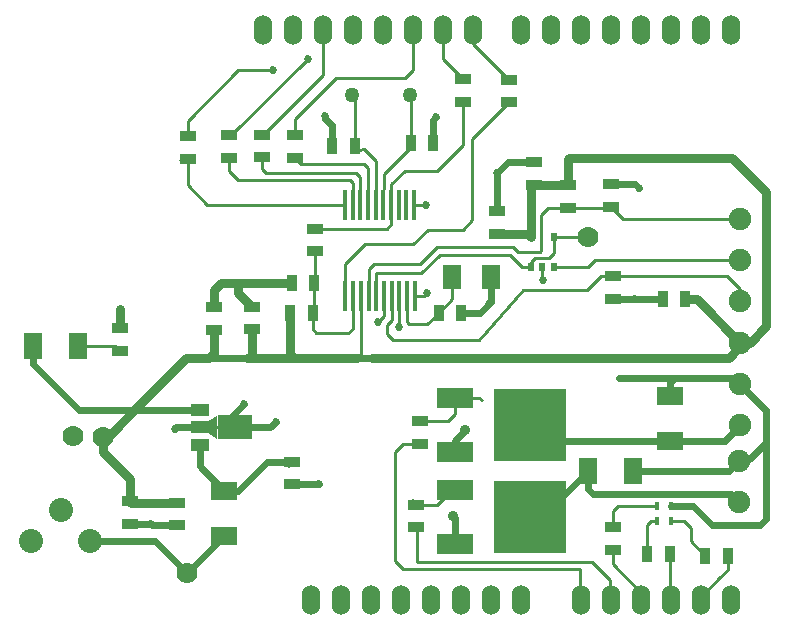
<source format=gtl>
G04 (created by PCBNEW (2013-07-07 BZR 4022)-stable) date 10/23/2014 11:52:32 AM*
%MOIN*%
G04 Gerber Fmt 3.4, Leading zero omitted, Abs format*
%FSLAX34Y34*%
G01*
G70*
G90*
G04 APERTURE LIST*
%ADD10C,0.00590551*%
%ADD11R,0.055X0.035*%
%ADD12R,0.035X0.055*%
%ADD13R,0.0866X0.063*%
%ADD14R,0.06X0.08*%
%ADD15R,0.011811X0.0984252*%
%ADD16R,0.12X0.065*%
%ADD17R,0.24X0.24*%
%ADD18R,0.02X0.03*%
%ADD19C,0.05*%
%ADD20R,0.063X0.0866*%
%ADD21C,0.07*%
%ADD22C,0.08*%
%ADD23C,0.075*%
%ADD24R,0.0591X0.0394*%
%ADD25R,0.1181X0.0787*%
%ADD26R,0.0177165X0.0295276*%
%ADD27O,0.06X0.1*%
%ADD28C,0.027*%
%ADD29C,0.035*%
%ADD30C,0.01*%
%ADD31C,0.024*%
%ADD32C,0.03*%
G04 APERTURE END LIST*
G54D10*
G54D11*
X64137Y-36476D03*
X64137Y-37226D03*
X69850Y-40925D03*
X69850Y-41675D03*
X64448Y-42243D03*
X64448Y-42993D03*
X66010Y-42295D03*
X66010Y-43045D03*
X80489Y-32423D03*
X80489Y-31673D03*
X79057Y-31711D03*
X79057Y-32461D03*
X70630Y-33912D03*
X70630Y-33162D03*
G54D12*
X74744Y-35951D03*
X75494Y-35951D03*
G54D11*
X68516Y-35752D03*
X68516Y-36502D03*
X74110Y-40323D03*
X74110Y-39573D03*
X67270Y-35773D03*
X67270Y-36523D03*
G54D12*
X69849Y-34965D03*
X70599Y-34965D03*
X70543Y-35980D03*
X69793Y-35980D03*
X71193Y-30394D03*
X71943Y-30394D03*
X74568Y-30296D03*
X73818Y-30296D03*
G54D13*
X67590Y-43388D03*
X67590Y-41892D03*
G54D14*
X75184Y-34763D03*
X76484Y-34763D03*
G54D11*
X68845Y-30033D03*
X68845Y-30783D03*
X66381Y-30082D03*
X66381Y-30832D03*
X69944Y-30047D03*
X69944Y-30797D03*
X75551Y-28171D03*
X75551Y-28921D03*
G54D15*
X71640Y-35417D03*
X71896Y-35417D03*
X72152Y-35417D03*
X72408Y-35417D03*
X72664Y-35417D03*
X72920Y-35417D03*
X73176Y-35417D03*
X73431Y-35417D03*
X73687Y-35417D03*
X73943Y-35417D03*
X73924Y-32365D03*
X73668Y-32365D03*
X73412Y-32365D03*
X73156Y-32365D03*
X72900Y-32365D03*
X72644Y-32365D03*
X72388Y-32365D03*
X72132Y-32365D03*
X71876Y-32365D03*
X71620Y-32365D03*
G54D16*
X75275Y-38785D03*
G54D17*
X77775Y-39685D03*
G54D16*
X75275Y-40585D03*
G54D11*
X67746Y-30040D03*
X67746Y-30790D03*
G54D13*
X82450Y-40228D03*
X82450Y-38732D03*
G54D11*
X74000Y-43105D03*
X74000Y-42355D03*
G54D16*
X75275Y-41855D03*
G54D17*
X77775Y-42755D03*
G54D16*
X75275Y-43655D03*
G54D18*
X77825Y-34450D03*
X78575Y-34450D03*
X77825Y-33450D03*
X78200Y-34450D03*
X78575Y-33450D03*
G54D19*
X71873Y-28705D03*
X73794Y-28705D03*
G54D20*
X61237Y-37057D03*
X62733Y-37057D03*
G54D21*
X79716Y-33432D03*
G54D12*
X81693Y-43988D03*
X82443Y-43988D03*
X83632Y-44058D03*
X84382Y-44058D03*
G54D11*
X80545Y-43115D03*
X80545Y-43865D03*
G54D20*
X79722Y-41230D03*
X81218Y-41230D03*
G54D11*
X77077Y-28192D03*
X77077Y-28942D03*
G54D21*
X62548Y-40083D03*
X63555Y-40087D03*
G54D22*
X63121Y-43557D03*
X61151Y-43557D03*
X62141Y-42527D03*
G54D23*
X84798Y-32822D03*
X84798Y-34200D03*
X84798Y-35578D03*
X84798Y-36956D03*
X84798Y-38334D03*
X84798Y-39712D03*
X84759Y-40885D03*
X84759Y-42263D03*
G54D11*
X80545Y-35495D03*
X80545Y-34745D03*
G54D21*
X66350Y-44630D03*
G54D24*
X66779Y-39190D03*
X66779Y-39781D03*
X66779Y-40372D03*
G54D25*
X67941Y-39781D03*
G54D10*
G36*
X67360Y-40175D02*
X67065Y-39978D01*
X67065Y-39584D01*
X67360Y-39387D01*
X67360Y-40175D01*
X67360Y-40175D01*
G37*
G54D26*
X82032Y-42915D03*
X82032Y-42394D03*
X82485Y-42915D03*
X82485Y-42394D03*
G54D11*
X76689Y-33329D03*
X76689Y-32579D03*
X77931Y-31686D03*
X77931Y-30936D03*
G54D12*
X82965Y-35510D03*
X82215Y-35510D03*
G54D27*
X75890Y-26534D03*
X74890Y-26534D03*
X73890Y-26534D03*
X72890Y-26534D03*
X71890Y-26534D03*
X70890Y-26534D03*
X69890Y-26534D03*
X68890Y-26534D03*
X73490Y-45534D03*
X72490Y-45534D03*
X71490Y-45534D03*
X70490Y-45534D03*
X74490Y-45534D03*
X75490Y-45534D03*
X76490Y-45534D03*
X77490Y-45534D03*
X79490Y-45534D03*
X80490Y-45534D03*
X81490Y-45534D03*
X82490Y-45534D03*
X83490Y-45534D03*
X84490Y-45534D03*
X84490Y-26534D03*
X83490Y-26534D03*
X82490Y-26534D03*
X81490Y-26534D03*
X80490Y-26534D03*
X79490Y-26534D03*
X78490Y-26534D03*
X77490Y-26534D03*
G54D28*
X70390Y-27490D03*
X69220Y-27880D03*
X74339Y-32369D03*
X81284Y-35497D03*
X81417Y-31806D03*
X74648Y-29448D03*
X76685Y-31297D03*
X70974Y-29411D03*
X65170Y-43010D03*
X65950Y-39820D03*
X68260Y-39000D03*
X69310Y-39590D03*
X74358Y-35312D03*
X72729Y-36270D03*
X73418Y-36419D03*
X64150Y-35830D03*
X68060Y-34970D03*
X76426Y-35651D03*
X78219Y-34857D03*
X70760Y-41670D03*
G54D29*
X75636Y-39866D03*
X75210Y-42750D03*
G54D30*
X67746Y-30040D02*
X67840Y-30040D01*
X67840Y-30040D02*
X70390Y-27490D01*
X66381Y-30082D02*
X66381Y-29569D01*
X68070Y-27880D02*
X69220Y-27880D01*
X66381Y-29569D02*
X68070Y-27880D01*
X74020Y-44251D02*
X74020Y-43125D01*
X74020Y-43125D02*
X74000Y-43105D01*
X80452Y-44862D02*
X80452Y-45535D01*
X79842Y-44251D02*
X80452Y-44862D01*
X74015Y-44251D02*
X74020Y-44251D01*
X74020Y-44251D02*
X79842Y-44251D01*
X68845Y-30033D02*
X68887Y-30033D01*
X70890Y-28030D02*
X70890Y-26534D01*
X68887Y-30033D02*
X70890Y-28030D01*
G54D31*
X81218Y-41230D02*
X84414Y-41230D01*
X84414Y-41230D02*
X84759Y-40885D01*
X82450Y-38732D02*
X82450Y-38290D01*
X82450Y-38290D02*
X82615Y-38125D01*
X80768Y-38125D02*
X82615Y-38125D01*
X82615Y-38125D02*
X84588Y-38125D01*
X84588Y-38125D02*
X84798Y-38334D01*
X84694Y-40950D02*
X84759Y-40885D01*
X82485Y-42394D02*
X83211Y-42394D01*
X85650Y-42835D02*
X85650Y-40300D01*
X85449Y-43036D02*
X85650Y-42835D01*
X83853Y-43036D02*
X85449Y-43036D01*
X83211Y-42394D02*
X83853Y-43036D01*
X85650Y-39204D02*
X85650Y-40300D01*
X84771Y-38325D02*
X85650Y-39204D01*
X84721Y-38325D02*
X84771Y-38325D01*
X85073Y-40876D02*
X84732Y-40876D01*
X85650Y-40300D02*
X85073Y-40876D01*
X84732Y-40876D02*
X84705Y-40850D01*
G54D30*
X69944Y-30047D02*
X69944Y-29486D01*
X73890Y-27512D02*
X73890Y-26534D01*
X73890Y-27512D02*
X73890Y-27730D01*
X73890Y-27870D02*
X73890Y-27730D01*
X73640Y-28120D02*
X73890Y-27870D01*
X71310Y-28120D02*
X73640Y-28120D01*
X69944Y-29486D02*
X71310Y-28120D01*
X74890Y-26534D02*
X74890Y-27510D01*
X74890Y-27510D02*
X75551Y-28171D01*
X75890Y-26534D02*
X75890Y-27005D01*
X75890Y-27005D02*
X77077Y-28192D01*
X71876Y-32365D02*
X71876Y-31640D01*
X67746Y-31220D02*
X67746Y-30790D01*
X68068Y-31542D02*
X67746Y-31220D01*
X71778Y-31542D02*
X68068Y-31542D01*
X71876Y-31640D02*
X71778Y-31542D01*
X71620Y-32365D02*
X67036Y-32365D01*
X66381Y-31710D02*
X66381Y-30832D01*
X67036Y-32365D02*
X66381Y-31710D01*
X66130Y-30855D02*
X66245Y-30855D01*
X72132Y-32365D02*
X72132Y-31448D01*
X68845Y-31157D02*
X68845Y-30783D01*
X68999Y-31311D02*
X68845Y-31157D01*
X71995Y-31311D02*
X68999Y-31311D01*
X72132Y-31448D02*
X71995Y-31311D01*
G54D32*
X82965Y-35510D02*
X83351Y-35510D01*
X83351Y-35510D02*
X84798Y-36956D01*
X76689Y-33329D02*
X77704Y-33329D01*
X77704Y-33329D02*
X77825Y-33450D01*
X77825Y-33450D02*
X77825Y-31792D01*
X77825Y-31792D02*
X77931Y-31686D01*
X79057Y-31711D02*
X77956Y-31711D01*
X77956Y-31711D02*
X77931Y-31686D01*
X84798Y-36956D02*
X85113Y-36956D01*
X79057Y-30833D02*
X79057Y-31711D01*
X79080Y-30810D02*
X79057Y-30833D01*
X84540Y-30810D02*
X79080Y-30810D01*
X85665Y-31935D02*
X84540Y-30810D01*
X85665Y-36405D02*
X85665Y-31935D01*
X85113Y-36956D02*
X85665Y-36405D01*
X76916Y-37460D02*
X84417Y-37460D01*
G54D31*
X84798Y-37078D02*
X84798Y-36956D01*
G54D32*
X84417Y-37460D02*
X84798Y-37078D01*
X66010Y-42295D02*
X64500Y-42295D01*
G54D31*
X64500Y-42295D02*
X64448Y-42243D01*
G54D30*
X72152Y-35417D02*
X72152Y-37324D01*
X72152Y-37324D02*
X72017Y-37460D01*
G54D32*
X67270Y-36523D02*
X67270Y-37290D01*
X67270Y-37290D02*
X67100Y-37460D01*
X69793Y-35980D02*
X69793Y-37283D01*
G54D31*
X69793Y-37283D02*
X69970Y-37460D01*
G54D32*
X68516Y-36502D02*
X68516Y-37304D01*
G54D31*
X68516Y-37304D02*
X68360Y-37460D01*
G54D32*
X63555Y-40087D02*
X63555Y-40595D01*
X64448Y-41488D02*
X64448Y-42243D01*
X63555Y-40595D02*
X64448Y-41488D01*
G54D31*
X61237Y-37057D02*
X61237Y-37667D01*
X62760Y-39190D02*
X64900Y-39190D01*
X61237Y-37667D02*
X62760Y-39190D01*
X66779Y-39190D02*
X64900Y-39190D01*
X64900Y-39190D02*
X64755Y-39045D01*
X72280Y-37460D02*
X72017Y-37460D01*
G54D32*
X72017Y-37460D02*
X69970Y-37460D01*
X69970Y-37460D02*
X68360Y-37460D01*
G54D31*
X68360Y-37460D02*
X67100Y-37460D01*
G54D32*
X67100Y-37460D02*
X66340Y-37460D01*
G54D31*
X63712Y-40087D02*
X63555Y-40087D01*
G54D32*
X66340Y-37460D02*
X64755Y-39045D01*
X64755Y-39045D02*
X63712Y-40087D01*
G54D30*
X78990Y-31644D02*
X79057Y-31711D01*
G54D31*
X72470Y-37460D02*
X72280Y-37460D01*
X72280Y-37460D02*
X72300Y-37460D01*
X72470Y-37460D02*
X72300Y-37460D01*
X72530Y-37460D02*
X72470Y-37460D01*
G54D30*
X72277Y-37482D02*
X72260Y-37500D01*
G54D31*
X76920Y-37460D02*
X76916Y-37460D01*
G54D32*
X76916Y-37460D02*
X72530Y-37460D01*
G54D31*
X72530Y-37460D02*
X72460Y-37460D01*
G54D30*
X79716Y-33432D02*
X78593Y-33432D01*
X78593Y-33432D02*
X78575Y-33450D01*
X77825Y-34450D02*
X77825Y-34273D01*
X78575Y-33978D02*
X78575Y-33450D01*
X78414Y-34139D02*
X78575Y-33978D01*
X77959Y-34139D02*
X78414Y-34139D01*
X77825Y-34273D02*
X77959Y-34139D01*
X72664Y-35417D02*
X72664Y-34647D01*
X74777Y-34029D02*
X77119Y-34029D01*
X74165Y-34641D02*
X74777Y-34029D01*
X72671Y-34641D02*
X74165Y-34641D01*
X72664Y-34647D02*
X72671Y-34641D01*
X77540Y-34450D02*
X77825Y-34450D01*
X77110Y-34020D02*
X77119Y-34029D01*
X77119Y-34029D02*
X77540Y-34450D01*
X84798Y-32822D02*
X80888Y-32822D01*
X80888Y-32822D02*
X80489Y-32423D01*
X79057Y-32461D02*
X80451Y-32461D01*
X80451Y-32461D02*
X80489Y-32423D01*
X79057Y-32461D02*
X78384Y-32461D01*
X77238Y-33768D02*
X74682Y-33768D01*
X77399Y-33929D02*
X77238Y-33768D01*
X78127Y-33929D02*
X77399Y-33929D01*
X78141Y-33915D02*
X78127Y-33929D01*
X78141Y-32704D02*
X78141Y-33915D01*
X78384Y-32461D02*
X78141Y-32704D01*
X72408Y-35417D02*
X72408Y-34509D01*
X74128Y-34322D02*
X74682Y-33768D01*
X72595Y-34322D02*
X74128Y-34322D01*
X72408Y-34509D02*
X72595Y-34322D01*
X72388Y-32365D02*
X72388Y-31144D01*
X70150Y-31003D02*
X69944Y-30797D01*
X72247Y-31003D02*
X70150Y-31003D01*
X72388Y-31144D02*
X72247Y-31003D01*
X70630Y-33162D02*
X73011Y-33162D01*
X73156Y-33016D02*
X73156Y-32365D01*
X73011Y-33162D02*
X73156Y-33016D01*
X75551Y-28921D02*
X75551Y-30369D01*
X73156Y-31673D02*
X73156Y-32365D01*
X73610Y-31220D02*
X73156Y-31673D01*
X74700Y-31220D02*
X73610Y-31220D01*
X75551Y-30369D02*
X74700Y-31220D01*
X71640Y-35417D02*
X71640Y-34330D01*
X75860Y-32870D02*
X75860Y-30159D01*
X75860Y-30159D02*
X77077Y-28942D01*
X75542Y-33188D02*
X75860Y-32870D01*
X74394Y-33188D02*
X75542Y-33188D01*
X73899Y-33683D02*
X74394Y-33188D01*
X72288Y-33683D02*
X73899Y-33683D01*
X71640Y-34330D02*
X72288Y-33683D01*
X79449Y-44506D02*
X73562Y-44506D01*
X73573Y-40323D02*
X74110Y-40323D01*
X73290Y-40606D02*
X73573Y-40323D01*
X73290Y-44234D02*
X73290Y-40606D01*
X73562Y-44506D02*
X73290Y-44234D01*
X79452Y-45535D02*
X79452Y-44649D01*
X79452Y-44649D02*
X79449Y-44506D01*
X79449Y-44506D02*
X79448Y-44488D01*
G54D31*
X82450Y-40228D02*
X78318Y-40228D01*
X78318Y-40228D02*
X77775Y-39685D01*
X82450Y-40228D02*
X84282Y-40228D01*
X84282Y-40228D02*
X84798Y-39712D01*
G54D30*
X78366Y-40275D02*
X77775Y-39685D01*
G54D31*
X79722Y-41230D02*
X79722Y-41832D01*
X84505Y-42010D02*
X84759Y-42263D01*
X79900Y-42010D02*
X84505Y-42010D01*
X79722Y-41832D02*
X79900Y-42010D01*
X77775Y-42755D02*
X78196Y-42755D01*
X78196Y-42755D02*
X79722Y-41230D01*
G54D30*
X78523Y-43503D02*
X77775Y-42755D01*
X84732Y-42254D02*
X84674Y-42254D01*
G54D31*
X78663Y-43813D02*
X78400Y-43550D01*
G54D30*
X73176Y-35417D02*
X73176Y-36196D01*
X73209Y-36873D02*
X76097Y-36873D01*
X76097Y-36873D02*
X77546Y-35210D01*
X77546Y-35210D02*
X79688Y-35210D01*
X79688Y-35210D02*
X80153Y-34745D01*
X80153Y-34745D02*
X80545Y-34745D01*
X73017Y-36680D02*
X73209Y-36873D01*
X73017Y-36356D02*
X73017Y-36680D01*
X73176Y-36196D02*
X73017Y-36356D01*
X84798Y-35578D02*
X84798Y-35182D01*
X84361Y-34745D02*
X80545Y-34745D01*
X84798Y-35182D02*
X84361Y-34745D01*
X78575Y-34450D02*
X79719Y-34450D01*
X79968Y-34200D02*
X84798Y-34200D01*
X79719Y-34450D02*
X79968Y-34200D01*
X73924Y-32365D02*
X74335Y-32365D01*
X74335Y-32365D02*
X74339Y-32369D01*
G54D31*
X82215Y-35510D02*
X81297Y-35510D01*
X81297Y-35510D02*
X81284Y-35497D01*
X80545Y-35495D02*
X81282Y-35495D01*
X81282Y-35495D02*
X81284Y-35497D01*
G54D30*
X81282Y-35495D02*
X81284Y-35497D01*
G54D31*
X80489Y-31673D02*
X81284Y-31673D01*
X81284Y-31673D02*
X81417Y-31806D01*
X74568Y-30296D02*
X74568Y-29528D01*
X74568Y-29528D02*
X74648Y-29448D01*
X77931Y-30936D02*
X77046Y-30936D01*
X76689Y-31301D02*
X76685Y-31297D01*
X76689Y-31301D02*
X76689Y-32579D01*
X77046Y-30936D02*
X76685Y-31297D01*
X71193Y-30394D02*
X71193Y-29705D01*
X70974Y-29486D02*
X70974Y-29411D01*
X71193Y-29705D02*
X70974Y-29486D01*
X66010Y-43045D02*
X65205Y-43045D01*
X65153Y-42993D02*
X64448Y-42993D01*
G54D30*
X65153Y-42993D02*
X65170Y-43010D01*
X65205Y-43045D02*
X65170Y-43010D01*
G54D31*
X66779Y-39781D02*
X65989Y-39781D01*
G54D30*
X65989Y-39781D02*
X65950Y-39820D01*
X67213Y-39781D02*
X67479Y-39781D01*
G54D31*
X67479Y-39781D02*
X68260Y-39000D01*
X67941Y-39781D02*
X69119Y-39781D01*
X69119Y-39781D02*
X69310Y-39590D01*
G54D30*
X73943Y-35417D02*
X74252Y-35417D01*
X74252Y-35417D02*
X74358Y-35312D01*
X72920Y-35417D02*
X72920Y-36078D01*
X72920Y-36078D02*
X72729Y-36270D01*
X73431Y-35417D02*
X73431Y-36405D01*
X73431Y-36405D02*
X73418Y-36419D01*
G54D32*
X64137Y-36476D02*
X64137Y-35843D01*
G54D30*
X64137Y-35843D02*
X64150Y-35830D01*
G54D32*
X68060Y-34970D02*
X68060Y-35296D01*
X68060Y-35296D02*
X68516Y-35752D01*
X67270Y-35773D02*
X67270Y-35190D01*
X68065Y-34965D02*
X69849Y-34965D01*
G54D30*
X68065Y-34965D02*
X68060Y-34970D01*
G54D32*
X67490Y-34970D02*
X68060Y-34970D01*
X67270Y-35190D02*
X67490Y-34970D01*
G54D30*
X68495Y-35773D02*
X68516Y-35752D01*
G54D31*
X75494Y-35951D02*
X76126Y-35951D01*
X76126Y-35951D02*
X76426Y-35651D01*
X76484Y-34763D02*
X76484Y-35593D01*
G54D30*
X76484Y-35593D02*
X76426Y-35651D01*
X81297Y-35510D02*
X81284Y-35497D01*
X78200Y-34450D02*
X78200Y-34838D01*
X78200Y-34838D02*
X78219Y-34857D01*
X80545Y-35495D02*
X80646Y-35495D01*
X80708Y-35433D02*
X80545Y-35495D01*
X80646Y-35495D02*
X80708Y-35433D01*
X80489Y-31673D02*
X80633Y-31673D01*
G54D31*
X69850Y-41675D02*
X70755Y-41675D01*
G54D30*
X70755Y-41675D02*
X70760Y-41670D01*
G54D31*
X75275Y-40585D02*
X75275Y-40226D01*
X75275Y-40226D02*
X75636Y-39866D01*
X75275Y-43655D02*
X75275Y-42815D01*
X75275Y-42815D02*
X75210Y-42750D01*
X75275Y-43655D02*
X75175Y-43655D01*
G54D30*
X74000Y-42355D02*
X74705Y-42355D01*
X75204Y-41855D02*
X75275Y-41855D01*
X74705Y-42355D02*
X75204Y-41855D01*
X73850Y-42205D02*
X74000Y-42355D01*
X74926Y-41855D02*
X75275Y-41855D01*
X75275Y-38785D02*
X76105Y-38785D01*
X75275Y-38785D02*
X75275Y-39340D01*
X75043Y-39573D02*
X74110Y-39573D01*
X75275Y-39340D02*
X75043Y-39573D01*
X76105Y-38785D02*
X76200Y-38880D01*
X71943Y-30394D02*
X71943Y-28775D01*
X71943Y-28775D02*
X71873Y-28705D01*
X71939Y-30566D02*
X72260Y-30495D01*
X72644Y-32365D02*
X72651Y-30886D01*
X72651Y-30886D02*
X72260Y-30495D01*
X73818Y-30296D02*
X73818Y-28728D01*
X73818Y-28728D02*
X73794Y-28705D01*
X73860Y-30406D02*
X73401Y-30859D01*
X72900Y-32365D02*
X72914Y-31345D01*
X72914Y-31345D02*
X73401Y-30859D01*
X70543Y-35980D02*
X70543Y-36509D01*
X71876Y-35437D02*
X71896Y-35417D01*
X71876Y-36491D02*
X71876Y-35437D01*
X71736Y-36631D02*
X71876Y-36491D01*
X70665Y-36631D02*
X71736Y-36631D01*
X70543Y-36509D02*
X70665Y-36631D01*
X70599Y-34965D02*
X70599Y-35924D01*
X70599Y-35924D02*
X70543Y-35980D01*
X70630Y-33912D02*
X70630Y-34934D01*
X70630Y-34934D02*
X70599Y-34965D01*
X75184Y-34763D02*
X75184Y-35511D01*
X75184Y-35511D02*
X74744Y-35951D01*
X75184Y-34763D02*
X75184Y-34949D01*
X73687Y-35417D02*
X73687Y-36257D01*
X73687Y-36257D02*
X73763Y-36333D01*
X73763Y-36333D02*
X74362Y-36333D01*
X74362Y-36333D02*
X74744Y-35951D01*
G54D31*
X68040Y-41892D02*
X67590Y-41892D01*
X68040Y-41892D02*
X68048Y-41892D01*
X69015Y-40925D02*
X69850Y-40925D01*
X68048Y-41892D02*
X69015Y-40925D01*
X66779Y-40372D02*
X66779Y-41081D01*
X66779Y-41081D02*
X67590Y-41892D01*
G54D30*
X69723Y-41052D02*
X69850Y-40925D01*
G54D31*
X63121Y-43557D02*
X65277Y-43557D01*
X65277Y-43557D02*
X66350Y-44630D01*
G54D30*
X66350Y-44630D02*
X66350Y-44628D01*
G54D31*
X66350Y-44628D02*
X67590Y-43388D01*
G54D30*
X62733Y-37057D02*
X63968Y-37057D01*
X63968Y-37057D02*
X64137Y-37226D01*
X82032Y-42915D02*
X81824Y-42915D01*
X81693Y-43047D02*
X81693Y-43988D01*
X81824Y-42915D02*
X81693Y-43047D01*
X80545Y-43115D02*
X80545Y-42564D01*
X80714Y-42394D02*
X82032Y-42394D01*
X80545Y-42564D02*
X80714Y-42394D01*
X81418Y-45222D02*
X81418Y-45495D01*
X80545Y-44349D02*
X81418Y-45222D01*
X80545Y-43865D02*
X80545Y-44349D01*
X82485Y-42915D02*
X82927Y-42915D01*
X83146Y-43572D02*
X83632Y-44058D01*
X83146Y-43134D02*
X83146Y-43572D01*
X82927Y-42915D02*
X83146Y-43134D01*
X84140Y-44773D02*
X83418Y-45495D01*
X84140Y-44772D02*
X84140Y-44773D01*
X84382Y-44530D02*
X84140Y-44772D01*
X84382Y-44058D02*
X84382Y-44530D01*
X82443Y-43988D02*
X82443Y-45470D01*
X82443Y-45470D02*
X82418Y-45495D01*
M02*

</source>
